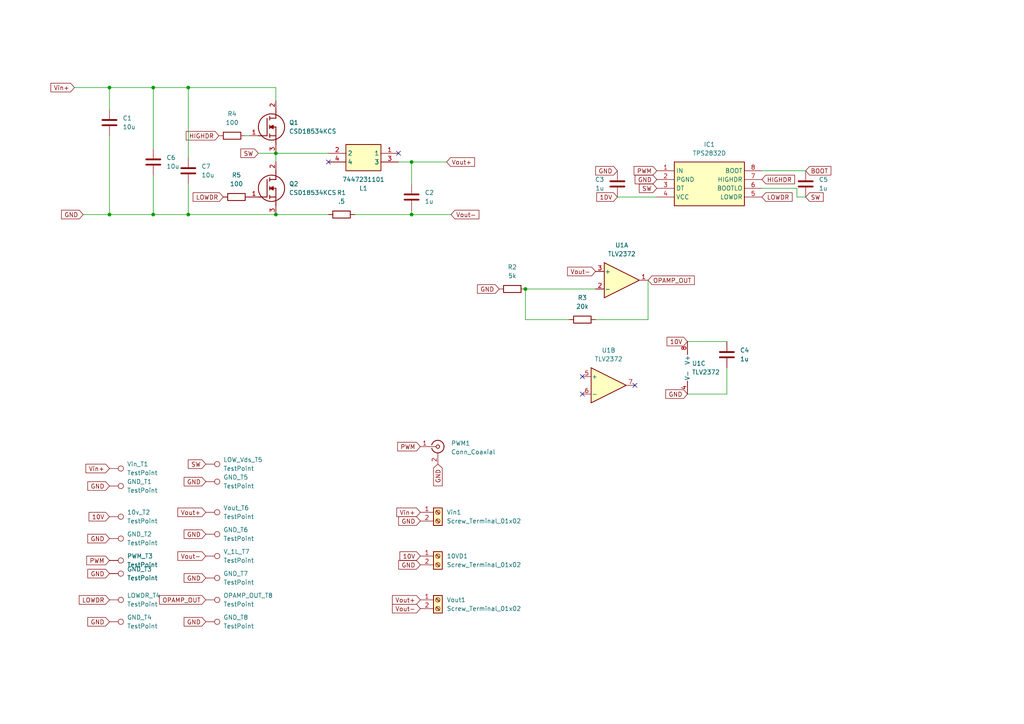
<source format=kicad_sch>
(kicad_sch (version 20230121) (generator eeschema)
  (paper "A4")
  (lib_symbols
    (symbol "Amplifier_Operational:TLV2372" (pin_names (offset 0.127))
      (property "Reference" "U" (at 0 5.08 0))
      (property "Value" "TLV2372" (at 0 -5.08 0))
      (symbol "TLV2372_1_1"
        (polyline (pts (xy -5.08 5.08) (xy 5.08 0) (xy -5.08 -5.08) (xy -5.08 5.08)) (stroke (width 0.254)) (fill (type background)))
        (pin output line (at 7.62 0 180) (length 2.54) (name "~") (number "1"))
        (pin input line (at -7.62 -2.54 0) (length 2.54) (name "-") (number "2"))
        (pin input line (at -7.62 2.54 0) (length 2.54) (name "+") (number "3"))
      )
      (symbol "TLV2372_2_1"
        (polyline (pts (xy -5.08 5.08) (xy 5.08 0) (xy -5.08 -5.08) (xy -5.08 5.08)) (stroke (width 0.254)) (fill (type background)))
        (pin input line (at -7.62 2.54 0) (length 2.54) (name "+") (number "5"))
        (pin input line (at -7.62 -2.54 0) (length 2.54) (name "-") (number "6"))
        (pin output line (at 7.62 0 180) (length 2.54) (name "~") (number "7"))
      )
      (symbol "TLV2372_3_1"
        (pin power_in line (at -2.54 -7.62 90) (length 3.81) (name "V-") (number "4"))
        (pin power_in line (at -2.54 7.62 270) (length 3.81) (name "V+") (number "8"))
      )
    )
    (symbol "BuckParts:7447231101"
      (property "Reference" "L" (at 0 0 0))
      (property "Value" "7447231101" (at 0 0 0))
      (symbol "7447231101_1_1"
        (rectangle (start 5.08 2.54) (end 15.24 -5.08) (stroke (width 0.254)) (fill (type background)))
        (pin passive line (at 0 -2.54 0) (length 5.08) (name "1") (number "1"))
        (pin passive line (at 20.32 -2.54 180) (length 5.08) (name "2") (number "2"))
        (pin passive line (at 0 0 0) (length 5.08) (name "3") (number "3"))
        (pin passive line (at 20.32 0 180) (length 5.08) (name "4") (number "4"))
      )
    )
    (symbol "BuckParts:CSD18534KCS" (pin_names hide)
      (property "Reference" "Q" (at 0 0 0))
      (property "Value" "CSD18534KCS" (at 0 0 0))
      (symbol "CSD18534KCS_1_1"
        (polyline (pts (xy 2.54 0) (xy 5.08 0)) (stroke (width 0.254)))
        (polyline (pts (xy 5.08 5.08) (xy 5.08 0)) (stroke (width 0.254)))
        (polyline (pts (xy 5.842 -0.508) (xy 5.842 0.508)) (stroke (width 0.254)))
        (polyline (pts (xy 5.842 0) (xy 7.62 0)) (stroke (width 0.254)))
        (polyline (pts (xy 5.842 2.032) (xy 5.842 3.048)) (stroke (width 0.254)))
        (polyline (pts (xy 5.842 5.588) (xy 5.842 4.572)) (stroke (width 0.254)))
        (polyline (pts (xy 7.62 2.54) (xy 5.842 2.54)) (stroke (width 0.254)))
        (polyline (pts (xy 7.62 2.54) (xy 7.62 -2.54)) (stroke (width 0.254)))
        (polyline (pts (xy 7.62 5.08) (xy 5.842 5.08)) (stroke (width 0.254)))
        (polyline (pts (xy 7.62 5.08) (xy 7.62 7.62)) (stroke (width 0.254)))
        (polyline (pts (xy 5.842 2.54) (xy 6.858 3.048) (xy 6.858 2.032) (xy 5.842 2.54)) (stroke (width 0.254)) (fill (type outline)))
        (circle (center 6.35 2.54) (radius 3.81) (stroke (width 0.254)))
        (pin passive line (at 0 0 0) (length 2.54) (name "G") (number "1"))
        (pin passive line (at 7.62 10.16 270) (length 2.54) (name "D") (number "2"))
        (pin passive line (at 7.62 -5.08 90) (length 2.54) (name "S") (number "3"))
      )
    )
    (symbol "BuckParts:TPS2832D"
      (property "Reference" "IC" (at 0 0 0))
      (property "Value" "TPS2832D" (at 0 0 0))
      (symbol "TPS2832D_1_1"
        (rectangle (start 5.08 2.54) (end 25.4 -10.16) (stroke (width 0.254)) (fill (type background)))
        (pin passive line (at 0 0 0) (length 5.08) (name "IN") (number "1"))
        (pin passive line (at 0 -2.54 0) (length 5.08) (name "PGND") (number "2"))
        (pin passive line (at 0 -5.08 0) (length 5.08) (name "DT") (number "3"))
        (pin passive line (at 0 -7.62 0) (length 5.08) (name "VCC") (number "4"))
        (pin passive line (at 30.48 -7.62 180) (length 5.08) (name "LOWDR") (number "5"))
        (pin passive line (at 30.48 -5.08 180) (length 5.08) (name "BOOTLO") (number "6"))
        (pin passive line (at 30.48 -2.54 180) (length 5.08) (name "HIGHDR") (number "7"))
        (pin passive line (at 30.48 0 180) (length 5.08) (name "BOOT") (number "8"))
      )
    )
    (symbol "Connector:Conn_Coaxial" (pin_names (offset 1.016) hide)
      (property "Reference" "J" (at 0.254 3.048 0))
      (property "Value" "Conn_Coaxial" (at 2.921 0 90))
      (symbol "Conn_Coaxial_0_1"
        (arc (start -1.778 -0.508) (mid 0.2311 -1.8066) (end 1.778 0) (stroke (width 0.254)))
        (polyline (pts (xy -2.54 0) (xy -0.508 0)))
        (polyline (pts (xy 0 -2.54) (xy 0 -1.778)))
        (circle (center 0 0) (radius 0.508) (stroke (width 0.2032)))
        (arc (start 1.778 0) (mid 0.2099 1.8101) (end -1.778 0.508) (stroke (width 0.254)))
      )
      (symbol "Conn_Coaxial_1_1"
        (pin passive line (at -5.08 0 0) (length 2.54) (name "In") (number "1"))
        (pin passive line (at 0 -5.08 90) (length 2.54) (name "Ext") (number "2"))
      )
    )
    (symbol "Connector:Screw_Terminal_01x02" (pin_names (offset 1.016) hide)
      (property "Reference" "J" (at 0 2.54 0))
      (property "Value" "Screw_Terminal_01x02" (at 0 -5.08 0))
      (symbol "Screw_Terminal_01x02_1_1"
        (rectangle (start -1.27 1.27) (end 1.27 -3.81) (stroke (width 0.254)) (fill (type background)))
        (circle (center 0 -2.54) (radius 0.635) (stroke (width 0.1524)))
        (polyline (pts (xy -0.5334 -2.2098) (xy 0.3302 -3.048)) (stroke (width 0.1524)))
        (polyline (pts (xy -0.5334 0.3302) (xy 0.3302 -0.508)) (stroke (width 0.1524)))
        (polyline (pts (xy -0.3556 -2.032) (xy 0.508 -2.8702)) (stroke (width 0.1524)))
        (polyline (pts (xy -0.3556 0.508) (xy 0.508 -0.3302)) (stroke (width 0.1524)))
        (circle (center 0 0) (radius 0.635) (stroke (width 0.1524)))
        (pin passive line (at -5.08 0 0) (length 3.81) (name "Pin_1") (number "1"))
        (pin passive line (at -5.08 -2.54 0) (length 3.81) (name "Pin_2") (number "2"))
      )
    )
    (symbol "Connector:TestPoint" (pin_numbers hide) (pin_names (offset 0.762) hide)
      (property "Reference" "TP" (at 0 6.858 0))
      (property "Value" "TestPoint" (at 0 5.08 0))
      (symbol "TestPoint_0_1"
        (circle (center 0 3.302) (radius 0.762))
      )
      (symbol "TestPoint_1_1"
        (pin passive line (at 0 0 90) (length 2.54) (name "1") (number "1"))
      )
    )
    (symbol "Device:C" (pin_numbers hide) (pin_names (offset 0.254))
      (property "Reference" "C" (at 0.635 2.54 0))
      (property "Value" "C" (at 0.635 -2.54 0))
      (symbol "C_0_1"
        (polyline (pts (xy -2.032 -0.762) (xy 2.032 -0.762)) (stroke (width 0.508)))
        (polyline (pts (xy -2.032 0.762) (xy 2.032 0.762)) (stroke (width 0.508)))
      )
      (symbol "C_1_1"
        (pin passive line (at 0 3.81 270) (length 2.794) (name "~") (number "1"))
        (pin passive line (at 0 -3.81 90) (length 2.794) (name "~") (number "2"))
      )
    )
    (symbol "Device:R" (pin_numbers hide) (pin_names (offset 0))
      (property "Reference" "R" (at 2.032 0 90))
      (property "Value" "R" (at 0 0 90))
      (symbol "R_0_1"
        (rectangle (start -1.016 -2.54) (end 1.016 2.54) (stroke (width 0.254)))
      )
      (symbol "R_1_1"
        (pin passive line (at 0 3.81 270) (length 1.27) (name "~") (number "1"))
        (pin passive line (at 0 -3.81 90) (length 1.27) (name "~") (number "2"))
      )
    )
  )
  (junction (at 119.38 46.99))
  (junction (at 80.01 44.45))
  (junction (at 44.45 62.23))
  (junction (at 54.61 25.4))
  (junction (at 31.75 62.23))
  (junction (at 31.75 25.4))
  (junction (at 152.4 83.82))
  (junction (at 44.45 25.4))
  (junction (at 119.38 62.23))
  (junction (at 54.61 62.23))
  (junction (at 80.01 62.23))
  (no_connect (at 168.91 114.3))
  (no_connect (at 168.91 109.22))
  (no_connect (at 95.25 46.99))
  (no_connect (at 115.57 44.45))
  (no_connect (at 184.15 111.76))
  (wire (pts (xy 80.01 44.45) (xy 80.01 46.99)))
  (wire (pts (xy 71.12 39.37) (xy 72.39 39.37)))
  (wire (pts (xy 80.01 29.21) (xy 80.01 25.4)))
  (wire (pts (xy 31.75 39.37) (xy 31.75 62.23)))
  (wire (pts (xy 44.45 50.8) (xy 44.45 62.23)))
  (wire (pts (xy 220.98 54.61) (xy 231.14 54.61)))
  (wire (pts (xy 119.38 60.96) (xy 119.38 62.23)))
  (wire (pts (xy 24.13 62.23) (xy 31.75 62.23)))
  (wire (pts (xy 44.45 62.23) (xy 54.61 62.23)))
  (wire (pts (xy 44.45 25.4) (xy 54.61 25.4)))
  (wire (pts (xy 54.61 53.34) (xy 54.61 62.23)))
  (wire (pts (xy 54.61 25.4) (xy 80.01 25.4)))
  (wire (pts (xy 80.01 44.45) (xy 95.25 44.45)))
  (wire (pts (xy 179.07 57.15) (xy 190.5 57.15)))
  (wire (pts (xy 21.59 25.4) (xy 31.75 25.4)))
  (wire (pts (xy 152.4 83.82) (xy 172.72 83.82)))
  (wire (pts (xy 119.38 46.99) (xy 129.54 46.99)))
  (wire (pts (xy 152.4 92.71) (xy 152.4 83.82)))
  (wire (pts (xy 187.96 92.71) (xy 172.72 92.71)))
  (wire (pts (xy 31.75 25.4) (xy 44.45 25.4)))
  (wire (pts (xy 74.93 44.45) (xy 80.01 44.45)))
  (wire (pts (xy 31.75 62.23) (xy 44.45 62.23)))
  (wire (pts (xy 119.38 62.23) (xy 130.81 62.23)))
  (wire (pts (xy 44.45 25.4) (xy 44.45 43.18)))
  (wire (pts (xy 54.61 25.4) (xy 54.61 45.72)))
  (wire (pts (xy 119.38 46.99) (xy 119.38 53.34)))
  (wire (pts (xy 231.14 57.15) (xy 233.68 57.15)))
  (wire (pts (xy 210.82 114.3) (xy 199.39 114.3)))
  (wire (pts (xy 80.01 62.23) (xy 95.25 62.23)))
  (wire (pts (xy 54.61 62.23) (xy 80.01 62.23)))
  (wire (pts (xy 220.98 49.53) (xy 233.68 49.53)))
  (wire (pts (xy 199.39 99.06) (xy 210.82 99.06)))
  (wire (pts (xy 31.75 25.4) (xy 31.75 31.75)))
  (wire (pts (xy 115.57 46.99) (xy 119.38 46.99)))
  (wire (pts (xy 187.96 81.28) (xy 187.96 92.71)))
  (wire (pts (xy 165.1 92.71) (xy 152.4 92.71)))
  (wire (pts (xy 210.82 106.68) (xy 210.82 114.3)))
  (wire (pts (xy 119.38 62.23) (xy 102.87 62.23)))
  (wire (pts (xy 231.14 54.61) (xy 231.14 57.15)))
  (global_label "Vout+" (shape input) (at 59.69 148.59 180) (property "Intersheetrefs" "${INTERSHEET_REFS}" (effects hide)))
  (global_label "Vout-" (shape input) (at 172.72 78.74 180) (property "Intersheetrefs" "${INTERSHEET_REFS}" (effects hide)))
  (global_label "GND" (shape input) (at 31.75 140.97 180) (property "Intersheetrefs" "${INTERSHEET_REFS}" (effects hide)))
  (global_label "10V" (shape input) (at 199.39 99.06 180) (property "Intersheetrefs" "${INTERSHEET_REFS}" (effects hide)))
  (global_label "Vout+" (shape input) (at 121.92 173.99 180) (property "Intersheetrefs" "${INTERSHEET_REFS}" (effects hide)))
  (global_label "10V" (shape input) (at 121.92 161.29 180) (property "Intersheetrefs" "${INTERSHEET_REFS}" (effects hide)))
  (global_label "Vin+" (shape input) (at 121.92 148.59 180) (property "Intersheetrefs" "${INTERSHEET_REFS}" (effects hide)))
  (global_label "GND" (shape input) (at 59.69 154.94 180) (property "Intersheetrefs" "${INTERSHEET_REFS}" (effects hide)))
  (global_label "OPAMP_OUT" (shape input) (at 59.69 173.99 180) (property "Intersheetrefs" "${INTERSHEET_REFS}" (effects hide)))
  (global_label "GND" (shape input) (at 59.69 139.7 180) (property "Intersheetrefs" "${INTERSHEET_REFS}" (effects hide)))
  (global_label "GND" (shape input) (at 179.07 49.53 180) (property "Intersheetrefs" "${INTERSHEET_REFS}" (effects hide)))
  (global_label "LOWDR" (shape input) (at 64.77 57.15 180) (property "Intersheetrefs" "${INTERSHEET_REFS}" (effects hide)))
  (global_label "LOWDR" (shape input) (at 220.98 57.15 0) (property "Intersheetrefs" "${INTERSHEET_REFS}" (effects hide)))
  (global_label "GND" (shape input) (at 127 134.62 270) (property "Intersheetrefs" "${INTERSHEET_REFS}" (effects hide)))
  (global_label "10V" (shape input) (at 31.75 149.86 180) (property "Intersheetrefs" "${INTERSHEET_REFS}" (effects hide)))
  (global_label "GND" (shape input) (at 59.69 180.34 180) (property "Intersheetrefs" "${INTERSHEET_REFS}" (effects hide)))
  (global_label "Vout-" (shape input) (at 59.69 161.29 180) (property "Intersheetrefs" "${INTERSHEET_REFS}" (effects hide)))
  (global_label "1DV" (shape input) (at 179.07 57.15 180) (property "Intersheetrefs" "${INTERSHEET_REFS}" (effects hide)))
  (global_label "SW" (shape input) (at 233.68 57.15 0) (property "Intersheetrefs" "${INTERSHEET_REFS}" (effects hide)))
  (global_label "GND" (shape input) (at 190.5 52.07 180) (property "Intersheetrefs" "${INTERSHEET_REFS}" (effects hide)))
  (global_label "Vout-" (shape input) (at 121.92 176.53 180) (property "Intersheetrefs" "${INTERSHEET_REFS}" (effects hide)))
  (global_label "PWM" (shape input) (at 190.5 49.53 180) (property "Intersheetrefs" "${INTERSHEET_REFS}" (effects hide)))
  (global_label "GND" (shape input) (at 31.75 166.37 180) (property "Intersheetrefs" "${INTERSHEET_REFS}" (effects hide)))
  (global_label "Vout+" (shape input) (at 129.54 46.99 0) (property "Intersheetrefs" "${INTERSHEET_REFS}" (effects hide)))
  (global_label "GND" (shape input) (at 31.75 180.34 180) (property "Intersheetrefs" "${INTERSHEET_REFS}" (effects hide)))
  (global_label "Vout-" (shape input) (at 130.81 62.23 0) (property "Intersheetrefs" "${INTERSHEET_REFS}" (effects hide)))
  (global_label "SW" (shape input) (at 59.69 134.62 180) (property "Intersheetrefs" "${INTERSHEET_REFS}" (effects hide)))
  (global_label "BOOT" (shape input) (at 233.68 49.53 0) (property "Intersheetrefs" "${INTERSHEET_REFS}" (effects hide)))
  (global_label "SW" (shape input) (at 74.93 44.45 180) (property "Intersheetrefs" "${INTERSHEET_REFS}" (effects hide)))
  (global_label "GND" (shape input) (at 31.75 156.21 180) (property "Intersheetrefs" "${INTERSHEET_REFS}" (effects hide)))
  (global_label "Vin+" (shape input) (at 21.59 25.4 180) (property "Intersheetrefs" "${INTERSHEET_REFS}" (effects hide)))
  (global_label "GND" (shape input) (at 121.92 163.83 180) (property "Intersheetrefs" "${INTERSHEET_REFS}" (effects hide)))
  (global_label "HIGHDR" (shape input) (at 63.5 39.37 180) (property "Intersheetrefs" "${INTERSHEET_REFS}" (effects hide)))
  (global_label "HIGHDR" (shape input) (at 220.98 52.07 0) (property "Intersheetrefs" "${INTERSHEET_REFS}" (effects hide)))
  (global_label "GND" (shape input) (at 24.13 62.23 180) (property "Intersheetrefs" "${INTERSHEET_REFS}" (effects hide)))
  (global_label "PWM" (shape input) (at 121.92 129.54 180) (property "Intersheetrefs" "${INTERSHEET_REFS}" (effects hide)))
  (global_label "GND" (shape input) (at 144.78 83.82 180) (property "Intersheetrefs" "${INTERSHEET_REFS}" (effects hide)))
  (global_label "GND" (shape input) (at 199.39 114.3 180) (property "Intersheetrefs" "${INTERSHEET_REFS}" (effects hide)))
  (global_label "Vin+" (shape input) (at 31.75 135.89 180) (property "Intersheetrefs" "${INTERSHEET_REFS}" (effects hide)))
  (global_label "LOWDR" (shape input) (at 31.75 173.99 180) (property "Intersheetrefs" "${INTERSHEET_REFS}" (effects hide)))
  (global_label "SW" (shape input) (at 190.5 54.61 180) (property "Intersheetrefs" "${INTERSHEET_REFS}" (effects hide)))
  (global_label "PWM" (shape input) (at 31.75 162.56 180) (property "Intersheetrefs" "${INTERSHEET_REFS}" (effects hide)))
  (global_label "OPAMP_OUT" (shape input) (at 187.96 81.28 0) (property "Intersheetrefs" "${INTERSHEET_REFS}" (effects hide)))
  (global_label "GND" (shape input) (at 59.69 167.64 180) (property "Intersheetrefs" "${INTERSHEET_REFS}" (effects hide)))
  (global_label "GND" (shape input) (at 121.92 151.13 180) (property "Intersheetrefs" "${INTERSHEET_REFS}" (effects hide)))
  (symbol (lib_id "Connector:Conn_Coaxial") (at 127 129.54 0) (unit 1)
    (property "Reference" "PWM1" (at 130.81 128.5632 0) (effects (justify left)))
    (property "Value" "Conn_Coaxial" (at 130.81 131.1032 0) (effects (justify left)))
    (property "Footprint" "Connector_Coaxial:BNC_Amphenol_B6252HB-NPP3G-50_Horizontal" (effects hide))
    (property "Datasheet" " ~" (effects hide))
  )
  (symbol (lib_id "Connector:TestPoint") (at 31.75 156.21 270) (unit 1)
    (property "Reference" "GND_T2" (at 36.83 154.94 90) (effects (justify left)))
    (property "Value" "TestPoint" (at 36.83 157.48 90) (effects (justify left)))
    (property "Footprint" "TestPoint:TestPoint_Keystone_5010-5014_Multipurpose" (effects hide))
  )
  (symbol (lib_id "Connector:TestPoint") (at 31.75 135.89 270) (unit 1)
    (property "Reference" "Vin_T1" (at 36.83 134.62 90) (effects (justify left)))
    (property "Value" "TestPoint" (at 36.83 137.16 90) (effects (justify left)))
    (property "Footprint" "TestPoint:TestPoint_Keystone_5010-5014_Multipurpose" (effects hide))
  )
  (symbol (lib_id "Device:R") (at 99.06 62.23 90) (unit 1)
    (property "Reference" "R1" (at 99.06 55.88 90))
    (property "Value" ".5" (at 99.06 58.42 90))
    (property "Footprint" "Resistor_THT:R_Axial_DIN0922_L20.0mm_D9.0mm_P30.48mm_Horizontal" (effects hide))
  )
  (symbol (lib_id "Amplifier_Operational:TLV2372") (at 180.34 81.28 0) (unit 1)
    (property "Reference" "U1" (at 180.34 71.12 0))
    (property "Value" "TLV2372" (at 180.34 73.66 0))
    (property "Footprint" "Package_SO:SO-8_3.9x4.9mm_P1.27mm" (effects hide))
    (property "Datasheet" "http://www.ti.com/lit/ds/symlink/tlv2375.pdf" (effects hide))
  )
  (symbol (lib_id "Connector:TestPoint") (at 59.69 154.94 270) (unit 1)
    (property "Reference" "GND_T6" (at 64.77 153.67 90) (effects (justify left)))
    (property "Value" "TestPoint" (at 64.77 156.21 90) (effects (justify left)))
    (property "Footprint" "TestPoint:TestPoint_Keystone_5010-5014_Multipurpose" (effects hide))
  )
  (symbol (lib_id "Connector:TestPoint") (at 31.75 173.99 270) (unit 1)
    (property "Reference" "LOWDR_T4" (at 36.83 172.72 90) (effects (justify left)))
    (property "Value" "TestPoint" (at 36.83 175.26 90) (effects (justify left)))
    (property "Footprint" "TestPoint:TestPoint_Keystone_5010-5014_Multipurpose" (effects hide))
  )
  (symbol (lib_id "Device:R") (at 148.59 83.82 90) (unit 1)
    (property "Reference" "R2" (at 148.59 77.47 90))
    (property "Value" "5k" (at 148.59 80.01 90))
    (property "Footprint" "Resistor_THT:R_Axial_DIN0207_L6.3mm_D2.5mm_P10.16mm_Horizontal" (effects hide))
  )
  (symbol (lib_id "Device:C") (at 31.75 35.56 180) (unit 1)
    (property "Reference" "C1" (at 35.56 34.29 0) (effects (justify right)))
    (property "Value" "10u" (at 35.56 36.83 0) (effects (justify right)))
    (property "Footprint" "Capacitor_THT:C_Disc_D3.8mm_W2.6mm_P2.50mm" (effects hide))
  )
  (symbol (lib_id "Device:C") (at 179.07 53.34 0) (mirror y) (unit 1)
    (property "Reference" "C3" (at 175.26 52.07 0) (effects (justify left)))
    (property "Value" "1u" (at 175.26 54.61 0) (effects (justify left)))
    (property "Footprint" "Capacitor_THT:C_Disc_D3.8mm_W2.6mm_P2.50mm" (effects hide))
  )
  (symbol (lib_id "Connector:TestPoint") (at 59.69 134.62 270) (unit 1)
    (property "Reference" "LOW_Vds_T5" (at 64.77 133.35 90) (effects (justify left)))
    (property "Value" "TestPoint" (at 64.77 135.89 90) (effects (justify left)))
    (property "Footprint" "TestPoint:TestPoint_Keystone_5010-5014_Multipurpose" (effects hide))
  )
  (symbol (lib_id "BuckParts:CSD18534KCS") (at 72.39 57.15 0) (unit 1)
    (property "Reference" "Q2" (at 83.82 53.34 0) (effects (justify left)))
    (property "Value" "CSD18534KCS" (at 83.82 55.88 0) (effects (justify left)))
    (property "Footprint" "Package_TO_SOT_THT:TO-220-3_Vertical" (effects hide))
    (property "Reference_1" "Q" (effects hide))
    (property "Value_1" "CSD18534KCS" (effects hide))
    (property "Footprint_1" "TO254P470X1016X2016-3P" (effects hide))
    (property "Datasheet_1" "http://www.ti.com/lit/gpn/csd18534kcs" (effects hide))
    (property "Height" "4.7" (effects hide))
    (property "Manufacturer_Name" "Texas Instruments" (effects hide))
    (property "Manufacturer_Part_Number" "CSD18534KCS" (effects hide))
    (property "Mouser Part Number" "595-CSD18534KCS" (effects hide))
    (property "Mouser Price/Stock" "https://www.mouser.co.uk/ProductDetail/Texas-Instruments/CSD18534KCS?qs=VMlqFFbv3sSW0HsheI%252B2WQ%3D%3D" (effects hide))
    (property "Arrow Part Number" "CSD18534KCS" (effects hide))
    (property "Arrow Price/Stock" "https://www.arrow.com/en/products/csd18534kcs/texas-instruments?region=nac" (effects hide))
  )
  (symbol (lib_id "Device:R") (at 68.58 57.15 90) (unit 1)
    (property "Reference" "R5" (at 68.58 50.8 90))
    (property "Value" "100" (at 68.58 53.34 90))
    (property "Footprint" "Resistor_THT:R_Axial_DIN0207_L6.3mm_D2.5mm_P10.16mm_Horizontal" (effects hide))
  )
  (symbol (lib_id "Connector:TestPoint") (at 31.75 162.56 270) (unit 1)
    (property "Reference" "PWM_T3" (at 36.83 161.29 90) (effects (justify left)))
    (property "Value" "TestPoint" (at 36.83 163.83 90) (effects (justify left)))
    (property "Footprint" "TestPoint:TestPoint_Keystone_5010-5014_Multipurpose" (effects hide))
  )
  (symbol (lib_id "Connector:TestPoint") (at 59.69 161.29 270) (unit 1)
    (property "Reference" "V_1L_T7" (at 64.77 160.02 90) (effects (justify left)))
    (property "Value" "TestPoint" (at 64.77 162.56 90) (effects (justify left)))
    (property "Footprint" "TestPoint:TestPoint_Keystone_5010-5014_Multipurpose" (effects hide))
  )
  (symbol (lib_id "Connector:TestPoint") (at 31.75 166.37 270) (unit 1)
    (property "Reference" "GND_T3" (at 36.83 165.1 90) (effects (justify left)))
    (property "Value" "TestPoint" (at 36.83 167.64 90) (effects (justify left)))
    (property "Footprint" "TestPoint:TestPoint_Keystone_5010-5014_Multipurpose" (effects hide))
  )
  (symbol (lib_id "Device:R") (at 168.91 92.71 270) (unit 1)
    (property "Reference" "R3" (at 168.91 86.36 90))
    (property "Value" "20k" (at 168.91 88.9 90))
    (property "Footprint" "Resistor_THT:R_Axial_DIN0207_L6.3mm_D2.5mm_P10.16mm_Horizontal" (effects hide))
  )
  (symbol (lib_id "BuckParts:7447231101") (at 115.57 46.99 180) (unit 1)
    (property "Reference" "L1" (at 105.41 54.61 0))
    (property "Value" "7447231101" (at 105.41 52.07 0))
    (property "Footprint" "Buck-parts:7447231101" (effects hide))
    (property "Reference_1" "L" (effects hide))
    (property "Value_1" "7447231101" (effects hide))
    (property "Footprint_1" "7447231101" (effects hide))
    (property "Datasheet_1" "https://www.we-online.com/components/products/datasheet/7447231101.pdf" (effects hide))
    (property "Height" "19" (effects hide))
    (property "Manufacturer_Name" "Wurth Elektronik" (effects hide))
    (property "Manufacturer_Part_Number" "7447231101" (effects hide))
  )
  (symbol (lib_id "Amplifier_Operational:TLV2372") (at 201.93 106.68 0) (unit 3)
    (property "Reference" "U1" (at 200.66 105.41 0) (effects (justify left)))
    (property "Value" "TLV2372" (at 200.66 107.95 0) (effects (justify left)))
    (property "Footprint" "Package_SO:SO-8_3.9x4.9mm_P1.27mm" (effects hide))
    (property "Datasheet" "http://www.ti.com/lit/ds/symlink/tlv2375.pdf" (effects hide))
  )
  (symbol (lib_id "Device:C") (at 44.45 46.99 0) (unit 1)
    (property "Reference" "C6" (at 48.26 45.72 0) (effects (justify left)))
    (property "Value" "10u" (at 48.26 48.26 0) (effects (justify left)))
    (property "Footprint" "Capacitor_THT:C_Disc_D3.8mm_W2.6mm_P2.50mm" (effects hide))
  )
  (symbol (lib_id "Connector:TestPoint") (at 59.69 148.59 270) (unit 1)
    (property "Reference" "Vout_T6" (at 64.77 147.32 90) (effects (justify left)))
    (property "Value" "TestPoint" (at 64.77 149.86 90) (effects (justify left)))
    (property "Footprint" "TestPoint:TestPoint_Keystone_5010-5014_Multipurpose" (effects hide))
  )
  (symbol (lib_id "Connector:TestPoint") (at 59.69 167.64 270) (unit 1)
    (property "Reference" "GND_T7" (at 64.77 166.37 90) (effects (justify left)))
    (property "Value" "TestPoint" (at 64.77 168.91 90) (effects (justify left)))
    (property "Footprint" "TestPoint:TestPoint_Keystone_5010-5014_Multipurpose" (effects hide))
  )
  (symbol (lib_id "Amplifier_Operational:TLV2372") (at 176.53 111.76 0) (unit 2)
    (property "Reference" "U1" (at 176.53 101.6 0))
    (property "Value" "TLV2372" (at 176.53 104.14 0))
    (property "Footprint" "Package_SO:SO-8_3.9x4.9mm_P1.27mm" (effects hide))
    (property "Datasheet" "http://www.ti.com/lit/ds/symlink/tlv2375.pdf" (effects hide))
  )
  (symbol (lib_id "Connector:Screw_Terminal_01x02") (at 127 161.29 0) (unit 1)
    (property "Reference" "10VD1" (at 129.54 161.29 0) (effects (justify left)))
    (property "Value" "Screw_Terminal_01x02" (at 129.54 163.83 0) (effects (justify left)))
    (property "Footprint" "Package_TO_SOT_THT:TO-220-3_Vertical" (effects hide))
  )
  (symbol (lib_id "Connector:TestPoint") (at 59.69 173.99 270) (unit 1)
    (property "Reference" "OPAMP_OUT_T8" (at 64.77 172.72 90) (effects (justify left)))
    (property "Value" "TestPoint" (at 64.77 175.26 90) (effects (justify left)))
    (property "Footprint" "TestPoint:TestPoint_Keystone_5010-5014_Multipurpose" (effects hide))
  )
  (symbol (lib_id "Connector:TestPoint") (at 31.75 140.97 270) (unit 1)
    (property "Reference" "GND_T1" (at 36.83 139.7 90) (effects (justify left)))
    (property "Value" "TestPoint" (at 36.83 142.24 90) (effects (justify left)))
    (property "Footprint" "TestPoint:TestPoint_Keystone_5010-5014_Multipurpose" (effects hide))
  )
  (symbol (lib_id "Connector:Screw_Terminal_01x02") (at 127 173.99 0) (unit 1)
    (property "Reference" "Vout1" (at 129.54 173.99 0) (effects (justify left)))
    (property "Value" "Screw_Terminal_01x02" (at 129.54 176.53 0) (effects (justify left)))
    (property "Footprint" "Connector_Phoenix_MSTB:PhoenixContact_MSTBA_2,5_2-G_1x02_P5.00mm_Horizontal" (effects hide))
  )
  (symbol (lib_id "Device:C") (at 119.38 57.15 0) (unit 1)
    (property "Reference" "C2" (at 123.19 55.88 0) (effects (justify left)))
    (property "Value" "1u" (at 123.19 58.42 0) (effects (justify left)))
    (property "Footprint" "Capacitor_THT:C_Disc_D3.8mm_W2.6mm_P2.50mm" (effects hide))
  )
  (symbol (lib_id "Connector:TestPoint") (at 31.75 149.86 270) (unit 1)
    (property "Reference" "10v_T2" (at 36.83 148.59 90) (effects (justify left)))
    (property "Value" "TestPoint" (at 36.83 151.13 90) (effects (justify left)))
    (property "Footprint" "TestPoint:TestPoint_Keystone_5010-5014_Multipurpose" (effects hide))
  )
  (symbol (lib_id "Connector:Screw_Terminal_01x02") (at 127 148.59 0) (unit 1)
    (property "Reference" "Vin1" (at 129.54 148.59 0) (effects (justify left)))
    (property "Value" "Screw_Terminal_01x02" (at 129.54 151.13 0) (effects (justify left)))
    (property "Footprint" "Connector_Phoenix_MSTB:PhoenixContact_MSTBA_2,5_2-G_1x02_P5.00mm_Horizontal" (effects hide))
  )
  (symbol (lib_id "Connector:TestPoint") (at 59.69 180.34 270) (unit 1)
    (property "Reference" "GND_T8" (at 64.77 179.07 90) (effects (justify left)))
    (property "Value" "TestPoint" (at 64.77 181.61 90) (effects (justify left)))
    (property "Footprint" "TestPoint:TestPoint_Keystone_5010-5014_Multipurpose" (effects hide))
  )
  (symbol (lib_id "Connector:TestPoint") (at 59.69 139.7 270) (unit 1)
    (property "Reference" "GND_T5" (at 64.77 138.43 90) (effects (justify left)))
    (property "Value" "TestPoint" (at 64.77 140.97 90) (effects (justify left)))
    (property "Footprint" "TestPoint:TestPoint_Keystone_5010-5014_Multipurpose" (effects hide))
  )
  (symbol (lib_id "BuckParts:TPS2832D") (at 190.5 49.53 0) (unit 1)
    (property "Reference" "IC1" (at 205.74 41.91 0))
    (property "Value" "TPS2832D" (at 205.74 44.45 0))
    (property "Footprint" "Package_SO:SO-8_3.9x4.9mm_P1.27mm" (effects hide))
    (property "Reference_1" "IC" (effects hide))
    (property "Value_1" "TPS2832D" (effects hide))
    (property "Footprint_1" "SOIC127P600X175-8N" (effects hide))
    (property "Datasheet_1" "http://www.ti.com/lit/gpn/tps2832" (effects hide))
    (property "Height" "1.75" (effects hide))
    (property "Manufacturer_Name" "Texas Instruments" (effects hide))
    (property "Manufacturer_Part_Number" "TPS2832D" (effects hide))
    (property "Mouser Part Number" "595-TPS2832D" (effects hide))
    (property "Mouser Price/Stock" "https://www.mouser.com/Search/Refine.aspx?Keyword=595-TPS2832D" (effects hide))
  )
  (symbol (lib_id "Device:C") (at 54.61 49.53 0) (unit 1)
    (property "Reference" "C7" (at 58.42 48.26 0) (effects (justify left)))
    (property "Value" "10u" (at 58.42 50.8 0) (effects (justify left)))
    (property "Footprint" "Capacitor_THT:C_Disc_D3.8mm_W2.6mm_P2.50mm" (effects hide))
  )
  (symbol (lib_id "Device:C") (at 233.68 53.34 0) (unit 1)
    (property "Reference" "C5" (at 237.49 52.07 0) (effects (justify left)))
    (property "Value" "1u" (at 237.49 54.61 0) (effects (justify left)))
    (property "Footprint" "Capacitor_THT:C_Disc_D3.8mm_W2.6mm_P2.50mm" (effects hide))
  )
  (symbol (lib_id "Device:R") (at 67.31 39.37 90) (unit 1)
    (property "Reference" "R4" (at 67.31 33.02 90))
    (property "Value" "100" (at 67.31 35.56 90))
    (property "Footprint" "Resistor_THT:R_Axial_DIN0207_L6.3mm_D2.5mm_P10.16mm_Horizontal" (effects hide))
  )
  (symbol (lib_id "Device:C") (at 210.82 102.87 0) (unit 1)
    (property "Reference" "C4" (at 214.63 101.6 0) (effects (justify left)))
    (property "Value" "1u" (at 214.63 104.14 0) (effects (justify left)))
    (property "Footprint" "Capacitor_THT:C_Disc_D3.8mm_W2.6mm_P2.50mm" (effects hide))
  )
  (symbol (lib_id "BuckParts:CSD18534KCS") (at 72.39 39.37 0) (unit 1)
    (property "Reference" "Q1" (at 83.82 35.56 0) (effects (justify left)))
    (property "Value" "CSD18534KCS" (at 83.82 38.1 0) (effects (justify left)))
    (property "Footprint" "Package_TO_SOT_THT:TO-220-3_Vertical" (effects hide))
    (property "Reference_1" "Q" (effects hide))
    (property "Value_1" "CSD18534KCS" (effects hide))
    (property "Footprint_1" "TO254P470X1016X2016-3P" (effects hide))
    (property "Datasheet_1" "http://www.ti.com/lit/gpn/csd18534kcs" (effects hide))
    (property "Height" "4.7" (effects hide))
    (property "Manufacturer_Name" "Texas Instruments" (effects hide))
    (property "Manufacturer_Part_Number" "CSD18534KCS" (effects hide))
    (property "Mouser Part Number" "595-CSD18534KCS" (effects hide))
    (property "Mouser Price/Stock" "https://www.mouser.co.uk/ProductDetail/Texas-Instruments/CSD18534KCS?qs=VMlqFFbv3sSW0HsheI%252B2WQ%3D%3D" (effects hide))
    (property "Arrow Part Number" "CSD18534KCS" (effects hide))
    (property "Arrow Price/Stock" "https://www.arrow.com/en/products/csd18534kcs/texas-instruments?region=nac" (effects hide))
  )
  (symbol (lib_id "Connector:TestPoint") (at 31.75 180.34 270) (unit 1)
    (property "Reference" "GND_T4" (at 36.83 179.07 90) (effects (justify left)))
    (property "Value" "TestPoint" (at 36.83 181.61 90) (effects (justify left)))
    (property "Footprint" "TestPoint:TestPoint_Keystone_5010-5014_Multipurpose" (effects hide))
  )
)
</source>
